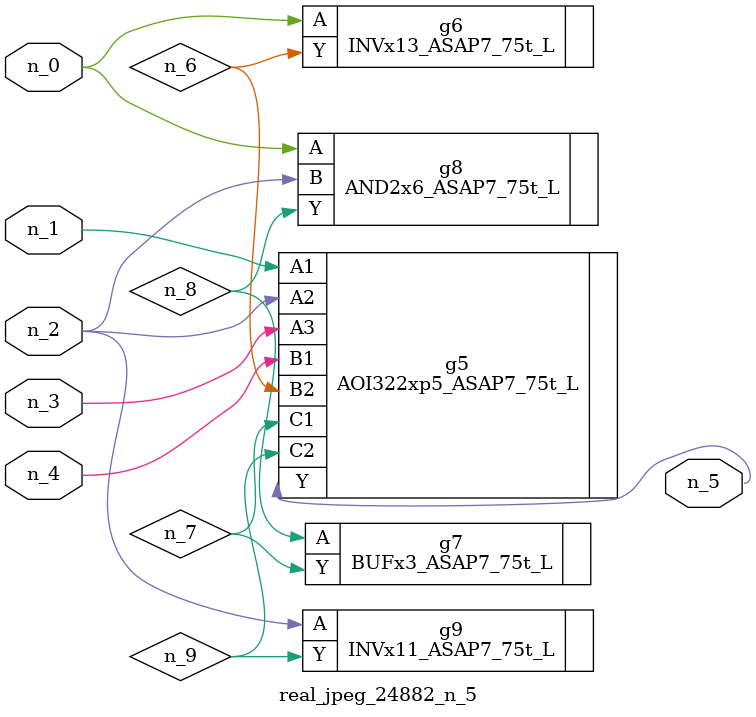
<source format=v>
module real_jpeg_24882_n_5 (n_4, n_0, n_1, n_2, n_3, n_5);

input n_4;
input n_0;
input n_1;
input n_2;
input n_3;

output n_5;

wire n_8;
wire n_6;
wire n_7;
wire n_9;

INVx13_ASAP7_75t_L g6 ( 
.A(n_0),
.Y(n_6)
);

AND2x6_ASAP7_75t_L g8 ( 
.A(n_0),
.B(n_2),
.Y(n_8)
);

AOI322xp5_ASAP7_75t_L g5 ( 
.A1(n_1),
.A2(n_2),
.A3(n_3),
.B1(n_4),
.B2(n_6),
.C1(n_7),
.C2(n_9),
.Y(n_5)
);

INVx11_ASAP7_75t_L g9 ( 
.A(n_2),
.Y(n_9)
);

BUFx3_ASAP7_75t_L g7 ( 
.A(n_8),
.Y(n_7)
);


endmodule
</source>
